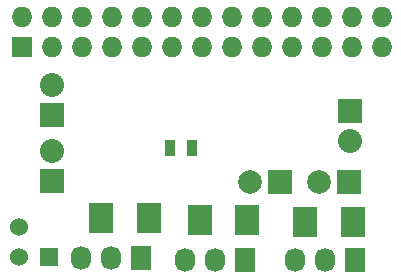
<source format=gbs>
G04 #@! TF.FileFunction,Soldermask,Bot*
%FSLAX46Y46*%
G04 Gerber Fmt 4.6, Leading zero omitted, Abs format (unit mm)*
G04 Created by KiCad (PCBNEW (after 2015-mar-04 BZR unknown)-product) date 10/24/2015 7:47:12 PM*
%MOMM*%
G01*
G04 APERTURE LIST*
%ADD10C,0.150000*%
%ADD11R,2.032000X2.032000*%
%ADD12O,2.032000X2.032000*%
%ADD13R,0.889000X1.397000*%
%ADD14R,1.524000X1.524000*%
%ADD15C,1.524000*%
%ADD16R,2.000000X2.500000*%
%ADD17R,1.727200X2.032000*%
%ADD18O,1.727200X2.032000*%
%ADD19R,1.727200X1.727200*%
%ADD20O,1.727200X1.727200*%
%ADD21R,2.000000X2.000000*%
%ADD22C,2.000000*%
G04 APERTURE END LIST*
D10*
D11*
X49530000Y-45593000D03*
D12*
X49530000Y-43053000D03*
D13*
X59541500Y-42827000D03*
X61446500Y-42827000D03*
D14*
X49276000Y-52070000D03*
D15*
X46736000Y-52070000D03*
X46736000Y-49530000D03*
D16*
X62058800Y-48920400D03*
X66058800Y-48920400D03*
X71025000Y-49072800D03*
X75025000Y-49072800D03*
X53753000Y-48742600D03*
X57753000Y-48742600D03*
D17*
X57073800Y-52120800D03*
D18*
X54533800Y-52120800D03*
X51993800Y-52120800D03*
D17*
X65887600Y-52349400D03*
D18*
X63347600Y-52349400D03*
X60807600Y-52349400D03*
D17*
X75184000Y-52349400D03*
D18*
X72644000Y-52349400D03*
X70104000Y-52349400D03*
D11*
X74777600Y-39700200D03*
D12*
X74777600Y-42240200D03*
D11*
X49530000Y-40005000D03*
D12*
X49530000Y-37465000D03*
D19*
X46990000Y-34290000D03*
D20*
X46990000Y-31750000D03*
X49530000Y-34290000D03*
X49530000Y-31750000D03*
X52070000Y-34290000D03*
X52070000Y-31750000D03*
X54610000Y-34290000D03*
X54610000Y-31750000D03*
X57150000Y-34290000D03*
X57150000Y-31750000D03*
X59690000Y-34290000D03*
X59690000Y-31750000D03*
X62230000Y-34290000D03*
X62230000Y-31750000D03*
X64770000Y-34290000D03*
X64770000Y-31750000D03*
X67310000Y-34290000D03*
X67310000Y-31750000D03*
X69850000Y-34290000D03*
X69850000Y-31750000D03*
X72390000Y-34290000D03*
X72390000Y-31750000D03*
X74930000Y-34290000D03*
X74930000Y-31750000D03*
X77470000Y-34290000D03*
X77470000Y-31750000D03*
D21*
X74676000Y-45720000D03*
D22*
X72136000Y-45720000D03*
D21*
X68834000Y-45720000D03*
D22*
X66294000Y-45720000D03*
M02*

</source>
